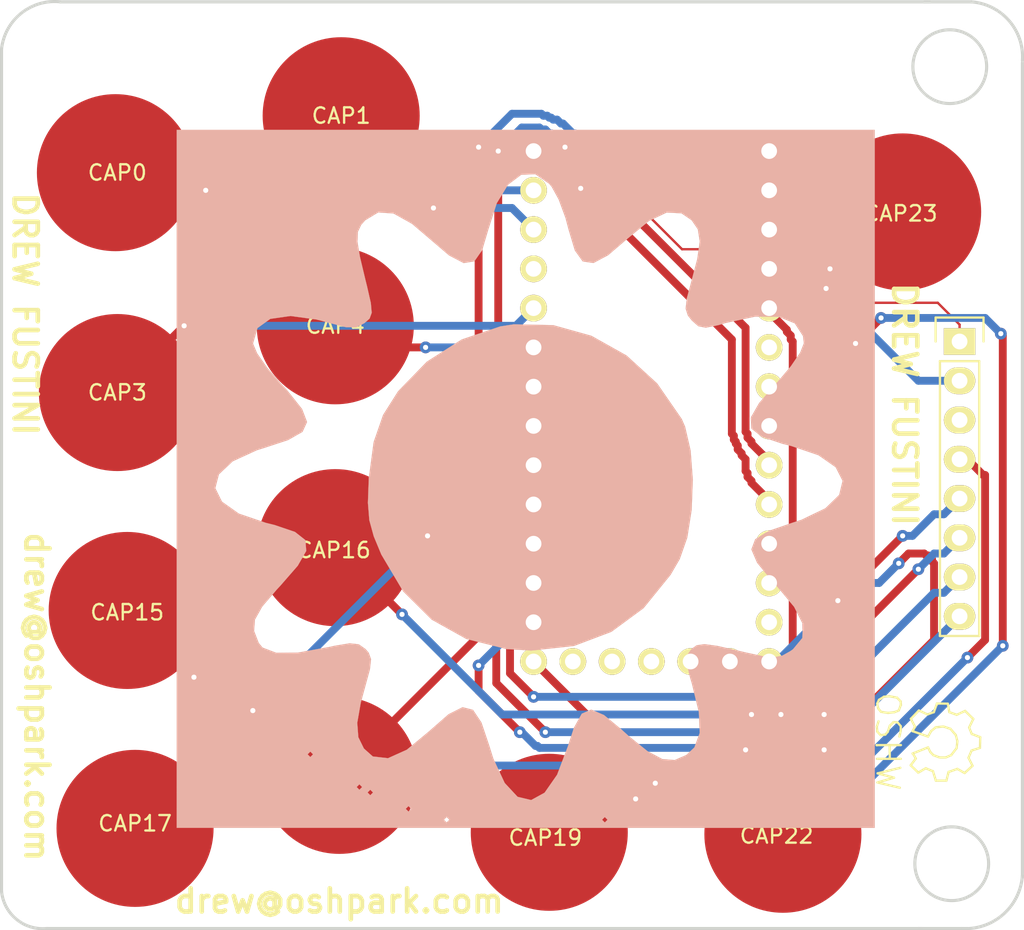
<source format=kicad_pcb>
(kicad_pcb (version 20171130) (host pcbnew "(5.1.12)-1")

  (general
    (thickness 1.6)
    (drawings 25)
    (tracks 253)
    (zones 0)
    (modules 15)
    (nets 35)
  )

  (page A4)
  (layers
    (0 F.Cu signal)
    (31 B.Cu signal)
    (32 B.Adhes user hide)
    (33 F.Adhes user hide)
    (34 B.Paste user hide)
    (35 F.Paste user hide)
    (36 B.SilkS user hide)
    (37 F.SilkS user hide)
    (38 B.Mask user hide)
    (39 F.Mask user hide)
    (40 Dwgs.User user hide)
    (41 Cmts.User user hide)
    (42 Eco1.User user hide)
    (43 Eco2.User user hide)
    (44 Edge.Cuts user)
    (45 Margin user hide)
    (46 B.CrtYd user hide)
    (47 F.CrtYd user hide)
    (48 B.Fab user hide)
    (49 F.Fab user hide)
  )

  (setup
    (last_trace_width 0.1524)
    (user_trace_width 0.254)
    (user_trace_width 0.508)
    (user_trace_width 2.54)
    (trace_clearance 0.1524)
    (zone_clearance 0.508)
    (zone_45_only no)
    (trace_min 0.1524)
    (via_size 0.6858)
    (via_drill 0.3302)
    (via_min_size 0.6858)
    (via_min_drill 0.3302)
    (user_via 0.762 0.508)
    (uvia_size 0.3)
    (uvia_drill 0.1)
    (uvias_allowed no)
    (uvia_min_size 0)
    (uvia_min_drill 0)
    (edge_width 0.2)
    (segment_width 0.2)
    (pcb_text_width 0.3)
    (pcb_text_size 1.5 1.5)
    (mod_edge_width 0.15)
    (mod_text_size 1 1)
    (mod_text_width 0.15)
    (pad_size 1.524 1.524)
    (pad_drill 0.762)
    (pad_to_mask_clearance 0.2)
    (aux_axis_origin 0 0)
    (visible_elements 7FFFFFFF)
    (pcbplotparams
      (layerselection 0x00030_80000001)
      (usegerberextensions false)
      (usegerberattributes true)
      (usegerberadvancedattributes true)
      (creategerberjobfile true)
      (excludeedgelayer true)
      (linewidth 0.100000)
      (plotframeref false)
      (viasonmask false)
      (mode 1)
      (useauxorigin false)
      (hpglpennumber 1)
      (hpglpenspeed 20)
      (hpglpendiameter 15.000000)
      (psnegative false)
      (psa4output false)
      (plotreference true)
      (plotvalue true)
      (plotinvisibletext false)
      (padsonsilk false)
      (subtractmaskfromsilk false)
      (outputformat 1)
      (mirror false)
      (drillshape 1)
      (scaleselection 1)
      (outputdirectory ""))
  )

  (net 0 "")
  (net 1 "Net-(J1-Pad2)")
  (net 2 "Net-(J1-Pad5)")
  (net 3 "Net-(J1-Pad6)")
  (net 4 "Net-(J1-Pad7)")
  (net 5 "Net-(J1-Pad8)")
  (net 6 "Net-(J1-Pad17A)")
  (net 7 "Net-(J1-Pad3V1)")
  (net 8 "Net-(J1-PadG2)")
  (net 9 "Net-(J1-PadPGM)")
  (net 10 "Net-(J1-PadDAC)")
  (net 11 "Net-(J1-PadG3)")
  (net 12 "Net-(J1-PadVIN)")
  (net 13 "Net-(J1-Pad21)")
  (net 14 "Net-(J1-Pad20)")
  (net 15 "Net-(J1-Pad14)")
  (net 16 /CS)
  (net 17 /RST)
  (net 18 /GND)
  (net 19 /VIN)
  (net 20 /Data)
  (net 21 /CLK)
  (net 22 /DC)
  (net 23 "Net-(J2-Pad3)")
  (net 24 "Net-(CAP0-Pad1)")
  (net 25 "Net-(CAP1-Pad1)")
  (net 26 "Net-(CAP3-Pad1)")
  (net 27 "Net-(CAP4-Pad1)")
  (net 28 /CAP16)
  (net 29 /CAP18)
  (net 30 /CAP17)
  (net 31 /CAP22)
  (net 32 /CAP19)
  (net 33 /CAP23)
  (net 34 /CAP15)

  (net_class Default "This is the default net class."
    (clearance 0.1524)
    (trace_width 0.1524)
    (via_dia 0.6858)
    (via_drill 0.3302)
    (uvia_dia 0.3)
    (uvia_drill 0.1)
    (add_net /CAP15)
    (add_net /CAP16)
    (add_net /CAP17)
    (add_net /CAP18)
    (add_net /CAP19)
    (add_net /CAP22)
    (add_net /CAP23)
    (add_net /CLK)
    (add_net /CS)
    (add_net /DC)
    (add_net /Data)
    (add_net /GND)
    (add_net /RST)
    (add_net /VIN)
    (add_net "Net-(CAP0-Pad1)")
    (add_net "Net-(CAP1-Pad1)")
    (add_net "Net-(CAP3-Pad1)")
    (add_net "Net-(CAP4-Pad1)")
    (add_net "Net-(J1-Pad14)")
    (add_net "Net-(J1-Pad17A)")
    (add_net "Net-(J1-Pad2)")
    (add_net "Net-(J1-Pad20)")
    (add_net "Net-(J1-Pad21)")
    (add_net "Net-(J1-Pad3V1)")
    (add_net "Net-(J1-Pad5)")
    (add_net "Net-(J1-Pad6)")
    (add_net "Net-(J1-Pad7)")
    (add_net "Net-(J1-Pad8)")
    (add_net "Net-(J1-PadDAC)")
    (add_net "Net-(J1-PadG2)")
    (add_net "Net-(J1-PadG3)")
    (add_net "Net-(J1-PadPGM)")
    (add_net "Net-(J1-PadVIN)")
    (add_net "Net-(J2-Pad3)")
  )

  (module Wickerlib:TEENSY-LC (layer F.Cu) (tedit 578C46F8) (tstamp 5774F54A)
    (at 151.511 105.918)
    (path /573A858B)
    (fp_text reference J1 (at 2.8829 20.2184) (layer F.SilkS) hide
      (effects (font (size 1 1) (thickness 0.15)))
    )
    (fp_text value TEENSY-LC (at -2.54 20.32) (layer F.Fab)
      (effects (font (size 1 1) (thickness 0.15)))
    )
    (fp_line (start 6.35 24.13) (end 6.35 -11.43) (layer F.CrtYd) (width 0.1524))
    (fp_line (start 6.35 -11.43) (end -11.43 -11.43) (layer F.CrtYd) (width 0.1524))
    (fp_line (start -11.43 -11.43) (end -11.43 24.13) (layer F.CrtYd) (width 0.1524))
    (fp_line (start -11.43 24.13) (end 6.35 24.13) (layer F.CrtYd) (width 0.1524))
    (fp_text user "TEENSY LC" (at -3.5941 10.5664) (layer F.SilkS) hide
      (effects (font (size 1 1) (thickness 0.15)))
    )
    (pad G1 thru_hole circle (at -10.16 -10.16) (size 1.7272 1.7272) (drill 1.016) (layers *.Cu *.Mask F.SilkS)
      (net 18 /GND))
    (pad 0 thru_hole circle (at -10.16 -7.62) (size 1.7272 1.7272) (drill 1.016) (layers *.Cu *.Mask F.SilkS)
      (net 24 "Net-(CAP0-Pad1)"))
    (pad 1 thru_hole circle (at -10.16 -5.08) (size 1.7272 1.7272) (drill 1.016) (layers *.Cu *.Mask F.SilkS)
      (net 25 "Net-(CAP1-Pad1)"))
    (pad 2 thru_hole circle (at -10.16 -2.54) (size 1.7272 1.7272) (drill 1.016) (layers *.Cu *.Mask F.SilkS)
      (net 1 "Net-(J1-Pad2)"))
    (pad 3 thru_hole circle (at -10.16 0) (size 1.7272 1.7272) (drill 1.016) (layers *.Cu *.Mask F.SilkS)
      (net 26 "Net-(CAP3-Pad1)"))
    (pad 4 thru_hole circle (at -10.16 2.54) (size 1.7272 1.7272) (drill 1.016) (layers *.Cu *.Mask F.SilkS)
      (net 27 "Net-(CAP4-Pad1)"))
    (pad 5 thru_hole circle (at -10.16 5.08) (size 1.7272 1.7272) (drill 1.016) (layers *.Cu *.Mask F.SilkS)
      (net 2 "Net-(J1-Pad5)"))
    (pad 6 thru_hole circle (at -10.16 7.62) (size 1.7272 1.7272) (drill 1.016) (layers *.Cu *.Mask F.SilkS)
      (net 3 "Net-(J1-Pad6)"))
    (pad 7 thru_hole circle (at -10.16 10.16) (size 1.7272 1.7272) (drill 1.016) (layers *.Cu *.Mask F.SilkS)
      (net 4 "Net-(J1-Pad7)"))
    (pad 8 thru_hole circle (at -10.16 12.7) (size 1.7272 1.7272) (drill 1.016) (layers *.Cu *.Mask F.SilkS)
      (net 5 "Net-(J1-Pad8)"))
    (pad 9 thru_hole circle (at -10.16 15.24) (size 1.7272 1.7272) (drill 1.016) (layers *.Cu *.Mask F.SilkS)
      (net 20 /Data))
    (pad 10 thru_hole circle (at -10.16 17.78) (size 1.7272 1.7272) (drill 1.016) (layers *.Cu *.Mask F.SilkS)
      (net 21 /CLK))
    (pad 11 thru_hole circle (at -10.16 20.32) (size 1.7272 1.7272) (drill 1.016) (layers *.Cu *.Mask F.SilkS)
      (net 22 /DC))
    (pad 12 thru_hole circle (at -10.16 22.86) (size 1.7272 1.7272) (drill 1.016) (layers *.Cu *.Mask F.SilkS)
      (net 16 /CS))
    (pad 17A thru_hole circle (at -7.62 22.86) (size 1.7272 1.7272) (drill 1.016) (layers *.Cu *.Mask F.SilkS)
      (net 6 "Net-(J1-Pad17A)"))
    (pad 3V1 thru_hole circle (at -5.08 22.86) (size 1.7272 1.7272) (drill 1.016) (layers *.Cu *.Mask F.SilkS)
      (net 7 "Net-(J1-Pad3V1)"))
    (pad G2 thru_hole circle (at -2.54 22.86) (size 1.7272 1.7272) (drill 1.016) (layers *.Cu *.Mask F.SilkS)
      (net 8 "Net-(J1-PadG2)"))
    (pad PGM thru_hole circle (at 0 22.86) (size 1.7272 1.7272) (drill 1.016) (layers *.Cu *.Mask F.SilkS)
      (net 9 "Net-(J1-PadPGM)"))
    (pad DAC thru_hole circle (at 2.54 22.86) (size 1.7272 1.7272) (drill 1.016) (layers *.Cu *.Mask F.SilkS)
      (net 10 "Net-(J1-PadDAC)"))
    (pad 13 thru_hole circle (at 5.08 22.86) (size 1.7272 1.7272) (drill 1.016) (layers *.Cu *.Mask F.SilkS)
      (net 17 /RST))
    (pad 16 thru_hole circle (at 5.08 15.24) (size 1.7272 1.7272) (drill 1.016) (layers *.Cu *.Mask F.SilkS)
      (net 28 /CAP16))
    (pad 3V2 thru_hole circle (at 5.08 -5.08) (size 1.7272 1.7272) (drill 1.016) (layers *.Cu *.Mask F.SilkS)
      (net 19 /VIN))
    (pad 18 thru_hole circle (at 5.08 10.16) (size 1.7272 1.7272) (drill 1.016) (layers *.Cu *.Mask F.SilkS)
      (net 29 /CAP18))
    (pad 17 thru_hole circle (at 5.08 12.7) (size 1.7272 1.7272) (drill 1.016) (layers *.Cu *.Mask F.SilkS)
      (net 30 /CAP17))
    (pad G3 thru_hole circle (at 5.08 -7.62) (size 1.7272 1.7272) (drill 1.016) (layers *.Cu *.Mask F.SilkS)
      (net 11 "Net-(J1-PadG3)"))
    (pad 22 thru_hole circle (at 5.08 0) (size 1.7272 1.7272) (drill 1.016) (layers *.Cu *.Mask F.SilkS)
      (net 31 /CAP22))
    (pad VIN thru_hole circle (at 5.08 -10.16) (size 1.7272 1.7272) (drill 1.016) (layers *.Cu *.Mask F.SilkS)
      (net 12 "Net-(J1-PadVIN)"))
    (pad 21 thru_hole circle (at 5.08 2.54) (size 1.7272 1.7272) (drill 1.016) (layers *.Cu *.Mask F.SilkS)
      (net 13 "Net-(J1-Pad21)"))
    (pad 20 thru_hole circle (at 5.08 5.08) (size 1.7272 1.7272) (drill 1.016) (layers *.Cu *.Mask F.SilkS)
      (net 14 "Net-(J1-Pad20)"))
    (pad 19 thru_hole circle (at 5.08 7.62) (size 1.7272 1.7272) (drill 1.016) (layers *.Cu *.Mask F.SilkS)
      (net 32 /CAP19))
    (pad 23 thru_hole circle (at 5.08 -2.54) (size 1.7272 1.7272) (drill 1.016) (layers *.Cu *.Mask F.SilkS)
      (net 33 /CAP23))
    (pad 14 thru_hole circle (at 5.08 20.32) (size 1.7272 1.7272) (drill 1.016) (layers *.Cu *.Mask F.SilkS)
      (net 15 "Net-(J1-Pad14)"))
    (pad 15 thru_hole circle (at 5.08 17.78) (size 1.7272 1.7272) (drill 1.016) (layers *.Cu *.Mask F.SilkS)
      (net 34 /CAP15))
  )

  (module Wickerlib:Symbol_OSHW-Logo_SilkScreen (layer F.Cu) (tedit 5773C0FA) (tstamp 5775109D)
    (at 167.767 133.985 270)
    (descr "Symbol, OSHW-Logo, Silk Screen,")
    (tags "Symbol, OSHW-Logo, Silk Screen,")
    (fp_text reference REF** (at 0.09906 -4.38912 270) (layer F.SilkS) hide
      (effects (font (size 1 1) (thickness 0.15)))
    )
    (fp_text value Symbol_OSHW-Logo_SilkScreen (at 0.30988 6.56082 270) (layer F.Fab) hide
      (effects (font (size 1 1) (thickness 0.15)))
    )
    (fp_line (start 0.35052 0.89916) (end 0.7493 1.89992) (layer F.SilkS) (width 0.15))
    (fp_line (start -0.35052 0.89916) (end -0.70104 1.89992) (layer F.SilkS) (width 0.15))
    (fp_line (start -0.70104 0.70104) (end -0.35052 0.89916) (layer F.SilkS) (width 0.15))
    (fp_line (start -0.94996 0.39878) (end -0.70104 0.70104) (layer F.SilkS) (width 0.15))
    (fp_line (start -1.00076 -0.09906) (end -0.94996 0.39878) (layer F.SilkS) (width 0.15))
    (fp_line (start -0.8509 -0.55118) (end -1.00076 -0.09906) (layer F.SilkS) (width 0.15))
    (fp_line (start -0.44958 -0.89916) (end -0.8509 -0.55118) (layer F.SilkS) (width 0.15))
    (fp_line (start -0.0508 -1.00076) (end -0.44958 -0.89916) (layer F.SilkS) (width 0.15))
    (fp_line (start 0.39878 -0.94996) (end -0.0508 -1.00076) (layer F.SilkS) (width 0.15))
    (fp_line (start 0.8509 -0.59944) (end 0.39878 -0.94996) (layer F.SilkS) (width 0.15))
    (fp_line (start 1.00076 -0.24892) (end 0.8509 -0.59944) (layer F.SilkS) (width 0.15))
    (fp_line (start 1.00076 0.14986) (end 1.00076 -0.24892) (layer F.SilkS) (width 0.15))
    (fp_line (start 0.8509 0.55118) (end 1.00076 0.14986) (layer F.SilkS) (width 0.15))
    (fp_line (start 0.65024 0.7493) (end 0.8509 0.55118) (layer F.SilkS) (width 0.15))
    (fp_line (start 0.35052 0.89916) (end 0.65024 0.7493) (layer F.SilkS) (width 0.15))
    (fp_line (start -1.9304 0.5207) (end -1.7907 0.91948) (layer F.SilkS) (width 0.15))
    (fp_line (start -2.4892 0.32004) (end -1.9304 0.5207) (layer F.SilkS) (width 0.15))
    (fp_line (start -2.47904 -0.381) (end -2.4892 0.32004) (layer F.SilkS) (width 0.15))
    (fp_line (start -1.9304 -0.48006) (end -2.47904 -0.381) (layer F.SilkS) (width 0.15))
    (fp_line (start -1.76022 -0.96012) (end -1.9304 -0.48006) (layer F.SilkS) (width 0.15))
    (fp_line (start -2.00914 -1.50114) (end -1.76022 -0.96012) (layer F.SilkS) (width 0.15))
    (fp_line (start -1.49098 -2.02946) (end -2.00914 -1.50114) (layer F.SilkS) (width 0.15))
    (fp_line (start -0.9398 -1.76022) (end -1.49098 -2.02946) (layer F.SilkS) (width 0.15))
    (fp_line (start -0.5207 -1.9304) (end -0.9398 -1.76022) (layer F.SilkS) (width 0.15))
    (fp_line (start -0.30988 -2.47904) (end -0.5207 -1.9304) (layer F.SilkS) (width 0.15))
    (fp_line (start 0.381 -2.46126) (end -0.30988 -2.47904) (layer F.SilkS) (width 0.15))
    (fp_line (start 0.55118 -1.92024) (end 0.381 -2.46126) (layer F.SilkS) (width 0.15))
    (fp_line (start 1.02108 -1.71958) (end 0.55118 -1.92024) (layer F.SilkS) (width 0.15))
    (fp_line (start 1.53924 -1.9812) (end 1.02108 -1.71958) (layer F.SilkS) (width 0.15))
    (fp_line (start 2.00914 -1.47066) (end 1.53924 -1.9812) (layer F.SilkS) (width 0.15))
    (fp_line (start 1.7399 -1.00076) (end 2.00914 -1.47066) (layer F.SilkS) (width 0.15))
    (fp_line (start 1.94056 -0.42926) (end 1.7399 -1.00076) (layer F.SilkS) (width 0.15))
    (fp_line (start 2.49936 -0.28956) (end 1.94056 -0.42926) (layer F.SilkS) (width 0.15))
    (fp_line (start 2.49936 0.39116) (end 2.49936 -0.28956) (layer F.SilkS) (width 0.15))
    (fp_line (start 1.88976 0.57912) (end 2.49936 0.39116) (layer F.SilkS) (width 0.15))
    (fp_line (start 1.69926 1.04902) (end 1.88976 0.57912) (layer F.SilkS) (width 0.15))
    (fp_line (start 1.9812 1.52908) (end 1.69926 1.04902) (layer F.SilkS) (width 0.15))
    (fp_line (start 1.50876 2.0193) (end 1.9812 1.52908) (layer F.SilkS) (width 0.15))
    (fp_line (start 1.06934 1.6891) (end 1.50876 2.0193) (layer F.SilkS) (width 0.15))
    (fp_line (start 0.73914 1.8796) (end 1.06934 1.6891) (layer F.SilkS) (width 0.15))
    (fp_line (start -0.98044 1.7399) (end -0.70104 1.89992) (layer F.SilkS) (width 0.15))
    (fp_line (start -1.50114 2.00914) (end -0.98044 1.7399) (layer F.SilkS) (width 0.15))
    (fp_line (start -2.03962 1.49098) (end -1.50114 2.00914) (layer F.SilkS) (width 0.15))
    (fp_line (start -1.78054 0.92964) (end -2.03962 1.49098) (layer F.SilkS) (width 0.15))
    (fp_line (start -2.03962 2.78892) (end -2.4003 2.65938) (layer F.SilkS) (width 0.15))
    (fp_line (start -1.9304 3.07086) (end -2.03962 2.78892) (layer F.SilkS) (width 0.15))
    (fp_line (start -1.8796 3.4798) (end -1.9304 3.07086) (layer F.SilkS) (width 0.15))
    (fp_line (start -1.95072 3.93954) (end -1.8796 3.4798) (layer F.SilkS) (width 0.15))
    (fp_line (start -2.16916 4.11988) (end -1.95072 3.93954) (layer F.SilkS) (width 0.15))
    (fp_line (start -2.47904 4.191) (end -2.16916 4.11988) (layer F.SilkS) (width 0.15))
    (fp_line (start -2.7305 4.06908) (end -2.47904 4.191) (layer F.SilkS) (width 0.15))
    (fp_line (start -2.93116 3.74904) (end -2.7305 4.06908) (layer F.SilkS) (width 0.15))
    (fp_line (start -2.9591 3.40106) (end -2.93116 3.74904) (layer F.SilkS) (width 0.15))
    (fp_line (start -2.8702 2.91084) (end -2.9591 3.40106) (layer F.SilkS) (width 0.15))
    (fp_line (start -2.6289 2.66954) (end -2.8702 2.91084) (layer F.SilkS) (width 0.15))
    (fp_line (start -2.37998 2.64922) (end -2.6289 2.66954) (layer F.SilkS) (width 0.15))
    (fp_line (start -0.9906 4.20878) (end -1.34112 4.09956) (layer F.SilkS) (width 0.15))
    (fp_line (start -0.67056 4.18084) (end -0.9906 4.20878) (layer F.SilkS) (width 0.15))
    (fp_line (start -0.43942 3.95986) (end -0.67056 4.18084) (layer F.SilkS) (width 0.15))
    (fp_line (start -0.48006 3.66014) (end -0.43942 3.95986) (layer F.SilkS) (width 0.15))
    (fp_line (start -0.6604 3.50012) (end -0.48006 3.66014) (layer F.SilkS) (width 0.15))
    (fp_line (start -1.04902 3.37058) (end -0.6604 3.50012) (layer F.SilkS) (width 0.15))
    (fp_line (start -1.29032 3.12928) (end -1.04902 3.37058) (layer F.SilkS) (width 0.15))
    (fp_line (start -1.25984 2.86004) (end -1.29032 3.12928) (layer F.SilkS) (width 0.15))
    (fp_line (start -1.02108 2.65938) (end -1.25984 2.86004) (layer F.SilkS) (width 0.15))
    (fp_line (start -0.70104 2.66954) (end -1.02108 2.65938) (layer F.SilkS) (width 0.15))
    (fp_line (start -0.35052 2.75082) (end -0.70104 2.66954) (layer F.SilkS) (width 0.15))
    (fp_line (start 0.20066 4.21894) (end 0.21082 4.20878) (layer F.SilkS) (width 0.15))
    (fp_line (start 0.20066 2.64922) (end 0.20066 4.21894) (layer F.SilkS) (width 0.15))
    (fp_line (start 1.08966 2.65938) (end 1.08966 4.20116) (layer F.SilkS) (width 0.15))
    (fp_line (start 1.04902 3.38074) (end 1.04902 3.37058) (layer F.SilkS) (width 0.15))
    (fp_line (start 1.03886 3.37058) (end 1.04902 3.38074) (layer F.SilkS) (width 0.15))
    (fp_line (start 0.24892 3.38074) (end 1.03886 3.37058) (layer F.SilkS) (width 0.15))
    (fp_line (start 2.61874 4.17068) (end 2.9591 2.72034) (layer F.SilkS) (width 0.15))
    (fp_line (start 2.30886 3.0988) (end 2.61874 4.17068) (layer F.SilkS) (width 0.15))
    (fp_line (start 2.02946 4.16052) (end 2.30886 3.0988) (layer F.SilkS) (width 0.15))
    (fp_line (start 1.66878 2.68986) (end 2.02946 4.16052) (layer F.SilkS) (width 0.15))
  )

  (module Wickerlib:Pin_Header_Straight_1x08 (layer F.Cu) (tedit 5773C005) (tstamp 5774F561)
    (at 168.91 108.077)
    (descr "Through hole pin header")
    (tags "pin header")
    (path /573AD5FE)
    (fp_text reference J2 (at 0 -5.1) (layer F.SilkS) hide
      (effects (font (size 1 1) (thickness 0.15)))
    )
    (fp_text value OLED_128x64 (at 0 -3.1) (layer F.Fab) hide
      (effects (font (size 1 1) (thickness 0.15)))
    )
    (fp_line (start -1.55 -1.55) (end 1.55 -1.55) (layer F.SilkS) (width 0.15))
    (fp_line (start -1.55 0) (end -1.55 -1.55) (layer F.SilkS) (width 0.15))
    (fp_line (start 1.27 1.27) (end -1.27 1.27) (layer F.SilkS) (width 0.15))
    (fp_line (start 1.55 -1.55) (end 1.55 0) (layer F.SilkS) (width 0.15))
    (fp_line (start -1.27 19.05) (end -1.27 1.27) (layer F.SilkS) (width 0.15))
    (fp_line (start 1.27 19.05) (end -1.27 19.05) (layer F.SilkS) (width 0.15))
    (fp_line (start 1.27 1.27) (end 1.27 19.05) (layer F.SilkS) (width 0.15))
    (fp_line (start -1.75 19.55) (end 1.75 19.55) (layer F.CrtYd) (width 0.05))
    (fp_line (start -1.75 -1.75) (end 1.75 -1.75) (layer F.CrtYd) (width 0.05))
    (fp_line (start 1.75 -1.75) (end 1.75 19.55) (layer F.CrtYd) (width 0.05))
    (fp_line (start -1.75 -1.75) (end -1.75 19.55) (layer F.CrtYd) (width 0.05))
    (pad 1 thru_hole rect (at 0 0) (size 2.032 1.7272) (drill 1.016) (layers *.Cu *.Mask F.SilkS)
      (net 18 /GND))
    (pad 2 thru_hole oval (at 0 2.54) (size 2.032 1.7272) (drill 1.016) (layers *.Cu *.Mask F.SilkS)
      (net 19 /VIN))
    (pad 3 thru_hole oval (at 0 5.08) (size 2.032 1.7272) (drill 1.016) (layers *.Cu *.Mask F.SilkS)
      (net 23 "Net-(J2-Pad3)"))
    (pad 4 thru_hole oval (at 0 7.62) (size 2.032 1.7272) (drill 1.016) (layers *.Cu *.Mask F.SilkS)
      (net 16 /CS))
    (pad 5 thru_hole oval (at 0 10.16) (size 2.032 1.7272) (drill 1.016) (layers *.Cu *.Mask F.SilkS)
      (net 17 /RST))
    (pad 6 thru_hole oval (at 0 12.7) (size 2.032 1.7272) (drill 1.016) (layers *.Cu *.Mask F.SilkS)
      (net 22 /DC))
    (pad 7 thru_hole oval (at 0 15.24) (size 2.032 1.7272) (drill 1.016) (layers *.Cu *.Mask F.SilkS)
      (net 21 /CLK))
    (pad 8 thru_hole oval (at 0 17.78) (size 2.032 1.7272) (drill 1.016) (layers *.Cu *.Mask F.SilkS)
      (net 20 /Data))
    (model Pin_Headers.3dshapes/Pin_Header_Straight_1x08.wrl
      (offset (xyz 0 -8.889999866485596 0))
      (scale (xyz 1 1 1))
      (rotate (xyz 0 0 90))
    )
  )

  (module Wickerlib:CAPSENSE_CIRCLE_D10 (layer F.Cu) (tedit 578C810C) (tstamp 578C780D)
    (at 114.3 97.155)
    (path /578C77CB)
    (fp_text reference CAP0 (at 0.127 0) (layer F.SilkS)
      (effects (font (size 1 1) (thickness 0.15)))
    )
    (fp_text value CAPSENSE_CIRCLE (at 0.025 7.325) (layer F.Fab)
      (effects (font (size 1 1) (thickness 0.15)))
    )
    (pad 1 smd circle (at 0 0) (size 10.16 10.16) (layers F.Cu)
      (net 24 "Net-(CAP0-Pad1)") (clearance 0.508))
  )

  (module Wickerlib:CAPSENSE_CIRCLE_D10 (layer F.Cu) (tedit 578C8085) (tstamp 578C7812)
    (at 128.905 93.472 90)
    (path /578C972A)
    (fp_text reference CAP1 (at 0 0) (layer F.SilkS)
      (effects (font (size 1 1) (thickness 0.15)))
    )
    (fp_text value CAPSENSE_CIRCLE (at 0.025 7.325 90) (layer F.Fab)
      (effects (font (size 1 1) (thickness 0.15)))
    )
    (pad 1 smd circle (at 0 0 90) (size 10.16 10.16) (layers F.Cu)
      (net 25 "Net-(CAP1-Pad1)") (clearance 0.508))
  )

  (module Wickerlib:CAPSENSE_CIRCLE_D10 (layer F.Cu) (tedit 578C8037) (tstamp 578C7817)
    (at 114.427 111.379)
    (path /578C97B4)
    (fp_text reference CAP3 (at 0 0) (layer F.SilkS)
      (effects (font (size 1 1) (thickness 0.15)))
    )
    (fp_text value CAPSENSE_CIRCLE (at 0.025 7.325) (layer F.Fab)
      (effects (font (size 1 1) (thickness 0.15)))
    )
    (pad 1 smd circle (at 0 0) (size 10.16 10.16) (layers F.Cu)
      (net 26 "Net-(CAP3-Pad1)") (clearance 0.508))
  )

  (module Wickerlib:CAPSENSE_CIRCLE_D10 (layer F.Cu) (tedit 578C803D) (tstamp 578C781C)
    (at 128.524 107.061)
    (path /578C9854)
    (fp_text reference CAP4 (at 0 0) (layer F.SilkS)
      (effects (font (size 1 1) (thickness 0.15)))
    )
    (fp_text value CAPSENSE_CIRCLE (at 0.025 7.325) (layer F.Fab)
      (effects (font (size 1 1) (thickness 0.15)))
    )
    (pad 1 smd circle (at 0 0) (size 10.16 10.16) (layers F.Cu)
      (net 27 "Net-(CAP4-Pad1)") (clearance 0.508))
  )

  (module Wickerlib:CAPSENSE_CIRCLE_D10 (layer F.Cu) (tedit 578C80DE) (tstamp 578C7821)
    (at 115.062 125.476)
    (path /578C73B1)
    (fp_text reference CAP15 (at 0 0.127) (layer F.SilkS)
      (effects (font (size 1 1) (thickness 0.15)))
    )
    (fp_text value CAPSENSE_CIRCLE (at 0.025 7.325) (layer F.Fab)
      (effects (font (size 1 1) (thickness 0.15)))
    )
    (pad 1 smd circle (at 0 0) (size 10.16 10.16) (layers F.Cu)
      (net 34 /CAP15) (clearance 0.508))
  )

  (module Wickerlib:CAPSENSE_CIRCLE_D10 (layer F.Cu) (tedit 578C80DA) (tstamp 578C7826)
    (at 128.524 121.412)
    (path /578C75FB)
    (fp_text reference CAP16 (at -0.0889 0.1651) (layer F.SilkS)
      (effects (font (size 1 1) (thickness 0.15)))
    )
    (fp_text value CAPSENSE_CIRCLE (at 0.025 7.325) (layer F.Fab)
      (effects (font (size 1 1) (thickness 0.15)))
    )
    (pad 1 smd circle (at 0 0) (size 10.16 10.16) (layers F.Cu)
      (net 28 /CAP16) (clearance 0.508))
  )

  (module Wickerlib:CAPSENSE_CIRCLE_D10 (layer F.Cu) (tedit 578C8103) (tstamp 578C782B)
    (at 115.57 139.573)
    (path /578C750B)
    (fp_text reference CAP17 (at 0 -0.3175) (layer F.SilkS)
      (effects (font (size 1 1) (thickness 0.15)))
    )
    (fp_text value CAPSENSE_CIRCLE (at 0.025 7.325) (layer F.Fab)
      (effects (font (size 1 1) (thickness 0.15)))
    )
    (pad 1 smd circle (at 0 0) (size 10.16 10.16) (layers F.Cu)
      (net 30 /CAP17) (clearance 0.508))
  )

  (module Wickerlib:CAPSENSE_CIRCLE_D10 (layer F.Cu) (tedit 578C8106) (tstamp 578C7830)
    (at 128.778 136.144)
    (path /578C744A)
    (fp_text reference CAP18 (at 0 -0.3175) (layer F.SilkS)
      (effects (font (size 1 1) (thickness 0.15)))
    )
    (fp_text value CAPSENSE_CIRCLE (at 0.025 7.325) (layer F.Fab)
      (effects (font (size 1 1) (thickness 0.15)))
    )
    (pad 1 smd circle (at 0 0) (size 10.16 10.16) (layers F.Cu)
      (net 29 /CAP18) (clearance 0.508))
  )

  (module Wickerlib:CAPSENSE_CIRCLE_D10 (layer F.Cu) (tedit 578C8067) (tstamp 578C7835)
    (at 142.367 139.827)
    (path /578C755C)
    (fp_text reference CAP19 (at -0.254 0.3556) (layer F.SilkS)
      (effects (font (size 1 1) (thickness 0.15)))
    )
    (fp_text value CAPSENSE_CIRCLE (at 0.025 7.325) (layer F.Fab)
      (effects (font (size 1 1) (thickness 0.15)))
    )
    (pad 1 smd circle (at 0 0) (size 10.16 10.16) (layers F.Cu)
      (net 32 /CAP19) (clearance 0.508))
  )

  (module Wickerlib:CAPSENSE_CIRCLE_D10 (layer F.Cu) (tedit 578C80E4) (tstamp 578C783A)
    (at 157.48 139.954)
    (path /578C7721)
    (fp_text reference CAP22 (at -0.4064 0.0889) (layer F.SilkS)
      (effects (font (size 1 1) (thickness 0.15)))
    )
    (fp_text value CAPSENSE_CIRCLE (at 0.025 7.325) (layer F.Fab)
      (effects (font (size 1 1) (thickness 0.15)))
    )
    (pad 1 smd circle (at 0 0) (size 10.16 10.16) (layers F.Cu)
      (net 31 /CAP22) (clearance 0.508))
  )

  (module Wickerlib:CAPSENSE_CIRCLE_D10 (layer F.Cu) (tedit 578C80D3) (tstamp 578C783F)
    (at 165.227 99.695)
    (path /578C7694)
    (fp_text reference CAP23 (at -0.127 0.1016) (layer F.SilkS)
      (effects (font (size 1 1) (thickness 0.15)))
    )
    (fp_text value CAPSENSE_CIRCLE (at 0.025 7.325) (layer F.Fab)
      (effects (font (size 1 1) (thickness 0.15)))
    )
    (pad 1 smd circle (at 0 0) (size 10.16 10.16) (layers F.Cu)
      (net 33 /CAP23) (clearance 0.508))
  )

  (module teensy-big-oled:oshpark-silk-dpi72 (layer B.Cu) (tedit 0) (tstamp 578C9A4B)
    (at 140.843 116.967)
    (fp_text reference G*** (at 0 0) (layer B.SilkS) hide
      (effects (font (size 1.524 1.524) (thickness 0.3)) (justify mirror))
    )
    (fp_text value LOGO (at 0.75 0) (layer B.SilkS) hide
      (effects (font (size 1.524 1.524) (thickness 0.3)) (justify mirror))
    )
    (fp_poly (pts (xy 3.120638 10.805943) (xy 5.5445 9.891111) (xy 7.626393 8.359458) (xy 9.368349 6.209733)
      (xy 9.961277 5.193663) (xy 10.452486 3.797604) (xy 10.73653 1.99982) (xy 10.809901 0.042513)
      (xy 10.669092 -1.832113) (xy 10.310595 -3.381855) (xy 10.092684 -3.880556) (xy 8.507283 -6.173722)
      (xy 6.527353 -7.983222) (xy 4.252772 -9.258107) (xy 1.783418 -9.947428) (xy -0.780832 -10.000235)
      (xy -1.642623 -9.86694) (xy -4.147604 -9.0189) (xy -6.401267 -7.582844) (xy -8.258726 -5.668236)
      (xy -9.228277 -4.13577) (xy -9.83757 -2.38233) (xy -10.149896 -0.045338) (xy -10.155019 0.037777)
      (xy -10.208487 1.547642) (xy -10.118079 2.668986) (xy -9.83164 3.712857) (xy -9.340975 4.892634)
      (xy -7.926361 7.275909) (xy -6.085615 9.101432) (xy -3.847564 10.350727) (xy -1.241037 11.005318)
      (xy 0.352778 11.105202) (xy 3.120638 10.805943)) (layer B.SilkS) (width 0.01))
    (fp_poly (pts (xy 22.577778 -22.577778) (xy -22.577777 -22.577778) (xy -22.577777 0.598375) (xy -20.080481 0.598375)
      (xy -19.847461 -0.297463) (xy -18.948297 -1.142289) (xy -17.380619 -1.86116) (xy -16.959434 -1.991062)
      (xy -15.366423 -2.515566) (xy -14.436912 -3.046734) (xy -14.145522 -3.683216) (xy -14.466878 -4.523659)
      (xy -15.375601 -5.666714) (xy -15.875 -6.206602) (xy -16.746597 -7.220421) (xy -17.377046 -8.129647)
      (xy -17.637798 -8.747239) (xy -17.638889 -8.773129) (xy -17.350447 -9.760368) (xy -16.522986 -10.354611)
      (xy -15.213303 -10.540763) (xy -13.478196 -10.303732) (xy -12.685488 -10.089397) (xy -11.627082 -9.816821)
      (xy -10.9634 -9.812676) (xy -10.437204 -10.075667) (xy -10.433931 -10.078058) (xy -10.098511 -10.37414)
      (xy -9.961986 -10.747563) (xy -10.019424 -11.383652) (xy -10.265889 -12.46773) (xy -10.360248 -12.845538)
      (xy -10.71961 -14.350658) (xy -10.885548 -15.341966) (xy -10.858972 -15.983915) (xy -10.640792 -16.440956)
      (xy -10.381746 -16.731746) (xy -9.537505 -17.240944) (xy -8.549456 -17.170328) (xy -7.355211 -16.501977)
      (xy -6.222238 -15.537011) (xy -4.953679 -14.453174) (xy -4.011123 -13.962686) (xy -3.321994 -14.076709)
      (xy -2.813712 -14.806405) (xy -2.422957 -16.121317) (xy -1.871478 -17.839317) (xy -1.138071 -19.039643)
      (xy -0.286852 -19.678711) (xy 0.618067 -19.712937) (xy 1.512573 -19.098739) (xy 1.674705 -18.906864)
      (xy 2.132726 -18.076073) (xy 2.573294 -16.880379) (xy 2.775736 -16.121317) (xy 3.177569 -14.780584)
      (xy 3.689486 -14.066407) (xy 4.384063 -13.967624) (xy 5.33388 -14.473074) (xy 6.575016 -15.537011)
      (xy 7.976766 -16.691325) (xy 9.122927 -17.233717) (xy 10.075884 -17.182108) (xy 10.734524 -16.731746)
      (xy 11.134825 -16.147568) (xy 11.256664 -15.369121) (xy 11.099757 -14.239226) (xy 10.727483 -12.817698)
      (xy 10.424963 -11.695207) (xy 10.344411 -11.020705) (xy 10.487417 -10.571927) (xy 10.745898 -10.245832)
      (xy 11.163851 -9.876101) (xy 11.651733 -9.782902) (xy 12.455049 -9.949357) (xy 12.950872 -10.094235)
      (xy 14.853512 -10.503536) (xy 16.357694 -10.488297) (xy 17.404815 -10.063875) (xy 17.936272 -9.245631)
      (xy 17.991667 -8.773129) (xy 17.759741 -8.181279) (xy 17.149663 -7.28549) (xy 16.28998 -6.272805)
      (xy 16.227778 -6.206602) (xy 15.098098 -4.909557) (xy 14.550835 -3.952862) (xy 14.605428 -3.251587)
      (xy 15.281313 -2.720803) (xy 16.597929 -2.275581) (xy 17.159194 -2.136969) (xy 18.937053 -1.532483)
      (xy 20.051026 -0.755189) (xy 20.499048 0.123174) (xy 20.279051 1.030868) (xy 19.388971 1.896155)
      (xy 17.826742 2.647295) (xy 17.301875 2.817527) (xy 15.736706 3.357338) (xy 14.844044 3.905264)
      (xy 14.596797 4.560922) (xy 14.967873 5.423927) (xy 15.930182 6.593893) (xy 16.19712 6.879741)
      (xy 17.363951 8.276699) (xy 17.926435 9.392062) (xy 17.897491 10.285989) (xy 17.290036 11.018636)
      (xy 17.112579 11.143068) (xy 16.600339 11.429332) (xy 16.072091 11.537251) (xy 15.32499 11.464588)
      (xy 14.156188 11.209109) (xy 13.730996 11.1058) (xy 12.396303 10.800864) (xy 11.564274 10.687668)
      (xy 11.060403 10.75984) (xy 10.72501 10.996021) (xy 10.450929 11.390385) (xy 10.419019 11.932354)
      (xy 10.631871 12.843155) (xy 10.751386 13.246283) (xy 11.200584 15.088133) (xy 11.256226 16.431844)
      (xy 10.911134 17.369634) (xy 10.392494 17.857187) (xy 9.634433 18.187099) (xy 8.839014 18.12303)
      (xy 7.884759 17.617249) (xy 6.65019 16.622025) (xy 6.191356 16.20647) (xy 5.061925 15.273344)
      (xy 4.240727 14.922998) (xy 3.627166 15.186857) (xy 3.120646 16.096345) (xy 2.731384 17.287285)
      (xy 2.030278 19.136185) (xy 1.21975 20.298347) (xy 0.35072 20.774127) (xy -0.525891 20.563882)
      (xy -1.359165 19.667968) (xy -2.09818 18.086743) (xy -2.358996 17.251642) (xy -2.861442 15.761254)
      (xy -3.40863 14.939764) (xy -4.088346 14.765728) (xy -4.988377 15.217701) (xy -6.196508 16.274241)
      (xy -6.229356 16.306205) (xy -7.690417 17.517242) (xy -8.910387 18.066269) (xy -9.890969 17.953738)
      (xy -10.467627 17.439171) (xy -10.828684 16.705852) (xy -10.897691 15.777017) (xy -10.670929 14.483997)
      (xy -10.379098 13.421836) (xy -10.077167 12.315929) (xy -10.004126 11.660407) (xy -10.158882 11.238631)
      (xy -10.366906 11.001348) (xy -10.799854 10.697515) (xy -11.394299 10.633478) (xy -12.377273 10.796797)
      (xy -12.714721 10.872708) (xy -14.717204 11.23245) (xy -16.140364 11.246384) (xy -17.021085 10.912357)
      (xy -17.273699 10.606525) (xy -17.571896 9.831253) (xy -17.516434 9.102707) (xy -17.048133 8.264577)
      (xy -16.107814 7.160554) (xy -15.875 6.912157) (xy -14.745319 5.615112) (xy -14.198057 4.658417)
      (xy -14.252649 3.957142) (xy -14.928535 3.426358) (xy -16.245151 2.981136) (xy -16.806415 2.842524)
      (xy -18.557586 2.243312) (xy -19.649732 1.470281) (xy -20.080481 0.598375) (xy -22.577777 0.598375)
      (xy -22.577777 17.815277) (xy -14.111111 17.815277) (xy -13.934722 17.638889) (xy -13.758333 17.815277)
      (xy -13.934722 17.991666) (xy -14.111111 17.815277) (xy -22.577777 17.815277) (xy -22.577777 19.931944)
      (xy -10.936111 19.931944) (xy -10.759722 19.755555) (xy -10.583333 19.931944) (xy -10.759722 20.108333)
      (xy -10.936111 19.931944) (xy -22.577777 19.931944) (xy -22.577777 20.284722) (xy -10.230555 20.284722)
      (xy -10.054166 20.108333) (xy -9.877777 20.284722) (xy -10.054166 20.461111) (xy -10.230555 20.284722)
      (xy -22.577777 20.284722) (xy -22.577777 21.343055) (xy -7.761111 21.343055) (xy -7.584722 21.166666)
      (xy -7.408333 21.343055) (xy -7.584722 21.519444) (xy -7.761111 21.343055) (xy -22.577777 21.343055)
      (xy -22.577777 22.048611) (xy -5.291666 22.048611) (xy -5.115277 21.872222) (xy -4.938889 22.048611)
      (xy 4.938889 22.048611) (xy 5.115278 21.872222) (xy 5.291667 22.048611) (xy 5.115278 22.225)
      (xy 4.938889 22.048611) (xy -4.938889 22.048611) (xy -5.115277 22.225) (xy -5.291666 22.048611)
      (xy -22.577777 22.048611) (xy -22.577777 22.570038) (xy 0 22.572397) (xy 22.577778 22.574756)
      (xy 22.577778 -22.577778)) (layer B.SilkS) (width 0.01))
  )

  (gr_text "DREW FUSTINI" (at 151.511 88.646) (layer F.Mask)
    (effects (font (size 1.5 1.5) (thickness 0.3)))
  )
  (gr_text "drew@oshpark.com\n" (at 150.876 91.186) (layer B.Mask) (tstamp 578C9CE4)
    (effects (font (size 1.5 1.5) (thickness 0.3)) (justify mirror))
  )
  (gr_text "drew@oshpark.com\n" (at 151.765 91.186) (layer F.Mask)
    (effects (font (size 1.5 1.5) (thickness 0.3)))
  )
  (gr_text "DREW FUSTINI" (at 108.458 106.299 270) (layer F.SilkS)
    (effects (font (size 1.5 1.5) (thickness 0.3)))
  )
  (gr_text "DREW FUSTINI" (at 165.354 112.141 270) (layer F.SilkS)
    (effects (font (size 1.5 1.5) (thickness 0.3)))
  )
  (gr_text "drew@oshpark.com\n" (at 162.306 119.253 270) (layer F.SilkS)
    (effects (font (size 1.5 1.5) (thickness 0.3)))
  )
  (gr_text "drew@oshpark.com\n" (at 128.778 144.272) (layer F.SilkS)
    (effects (font (size 1.5 1.5) (thickness 0.3)))
  )
  (gr_text "drew@oshpark.com\n" (at 109.22 131.064 270) (layer F.SilkS)
    (effects (font (size 1.5 1.5) (thickness 0.3)))
  )
  (gr_text "DREW FUSTINI" (at 151.511 88.646) (layer B.Mask)
    (effects (font (size 1.5 1.5) (thickness 0.3)) (justify mirror))
  )
  (gr_circle (center 168.402 141.859) (end 167.386 139.7) (layer Edge.Cuts) (width 0.2) (tstamp 578C8E2E))
  (gr_circle (center 168.275 90.297) (end 167.259 88.138) (layer Edge.Cuts) (width 0.2))
  (gr_line (start 166.624 86.106) (end 169.672 86.106) (angle 90) (layer Edge.Cuts) (width 0.2))
  (gr_line (start 166.243 146.05) (end 169.418 146.05) (angle 90) (layer Edge.Cuts) (width 0.2))
  (gr_line (start 106.934 143.637) (end 106.934 89.154) (angle 90) (layer Edge.Cuts) (width 0.2))
  (gr_line (start 166.497 146.05) (end 109.855 146.05) (angle 90) (layer Edge.Cuts) (width 0.2))
  (gr_line (start 172.974 90.043) (end 172.974 142.748) (angle 90) (layer Edge.Cuts) (width 0.2))
  (gr_line (start 110.744 86.106) (end 167.005 86.106) (angle 90) (layer Edge.Cuts) (width 0.2))
  (gr_line (start 170.307 86.106) (end 106.68 86.106) (angle 90) (layer Eco1.User) (width 0.2))
  (gr_line (start 106.934 146.05) (end 106.934 83.566) (angle 90) (layer Eco1.User) (width 0.2))
  (gr_line (start 170.307 146.05) (end 106.934 146.05) (angle 90) (layer Eco1.User) (width 0.2))
  (gr_line (start 170.307 83.566) (end 170.307 146.05) (angle 90) (layer Eco1.User) (width 0.2))
  (gr_arc (start 109.601 143.383) (end 109.855 146.05) (angle 90) (layer Edge.Cuts) (width 0.2))
  (gr_arc (start 169.291 142.367) (end 172.974 142.621) (angle 90) (layer Edge.Cuts) (width 0.2))
  (gr_arc (start 169.418 89.662) (end 169.672 86.106) (angle 90) (layer Edge.Cuts) (width 0.2))
  (gr_arc (start 110.363 89.535) (end 106.934 89.154) (angle 90) (layer Edge.Cuts) (width 0.2))

  (segment (start 149.225 136.652) (end 141.351 128.778) (width 0.508) (layer F.Cu) (net 16))
  (segment (start 169.418 128.524) (end 161.29 136.652) (width 0.508) (layer B.Cu) (net 16))
  (segment (start 161.29 136.652) (end 149.225 136.652) (width 0.508) (layer B.Cu) (net 16))
  (segment (start 168.91 115.697) (end 169.418 115.697) (width 0.508) (layer F.Cu) (net 16))
  (segment (start 169.418 115.697) (end 170.434 116.713) (width 0.508) (layer F.Cu) (net 16))
  (segment (start 170.434 116.713) (end 170.561 116.713) (width 0.508) (layer F.Cu) (net 16))
  (segment (start 170.561 116.713) (end 170.561 127.381) (width 0.508) (layer F.Cu) (net 16))
  (segment (start 170.561 127.381) (end 169.418 128.524) (width 0.508) (layer F.Cu) (net 16))
  (via (at 149.225 136.652) (size 0.762) (layers F.Cu B.Cu) (net 16))
  (via (at 169.418 128.524) (size 0.762) (layers F.Cu B.Cu) (net 16))
  (segment (start 161.036 124.841) (end 157.099 128.778) (width 0.508) (layer B.Cu) (net 17))
  (segment (start 157.099 128.778) (end 156.591 128.778) (width 0.508) (layer B.Cu) (net 17))
  (segment (start 165.227 120.65) (end 161.036 124.841) (width 0.508) (layer F.Cu) (net 17))
  (segment (start 168.91 118.237) (end 167.894 119.253) (width 0.508) (layer B.Cu) (net 17))
  (segment (start 167.894 119.253) (end 167.259 119.253) (width 0.508) (layer B.Cu) (net 17))
  (segment (start 167.259 119.253) (end 165.862 120.65) (width 0.508) (layer B.Cu) (net 17))
  (segment (start 165.862 120.65) (end 165.227 120.65) (width 0.508) (layer B.Cu) (net 17))
  (via (at 161.036 124.841) (size 0.762) (layers F.Cu B.Cu) (net 17))
  (via (at 165.227 120.65) (size 0.762) (layers F.Cu B.Cu) (net 17))
  (segment (start 168.91 108.077) (end 168.91 106.9847) (width 0.1524) (layer F.Cu) (net 18))
  (segment (start 168.91 106.9847) (end 167.498 105.5727) (width 0.1524) (layer F.Cu) (net 18))
  (segment (start 167.498 105.5727) (end 160.3308 105.5727) (width 0.1524) (layer F.Cu) (net 18))
  (segment (start 160.3308 105.5727) (end 156.8661 102.108) (width 0.1524) (layer F.Cu) (net 18))
  (segment (start 156.8661 102.108) (end 150.9563 102.108) (width 0.1524) (layer F.Cu) (net 18))
  (segment (start 150.9563 102.108) (end 143.7287 94.8804) (width 0.1524) (layer F.Cu) (net 18))
  (segment (start 143.7287 94.8804) (end 142.2286 94.8804) (width 0.1524) (layer F.Cu) (net 18))
  (segment (start 142.2286 94.8804) (end 141.351 95.758) (width 0.1524) (layer F.Cu) (net 18))
  (segment (start 160.274 104.648) (end 166.243 110.617) (width 0.508) (layer B.Cu) (net 19))
  (segment (start 166.243 110.617) (end 168.91 110.617) (width 0.508) (layer B.Cu) (net 19))
  (segment (start 156.591 100.838) (end 159.639 103.886) (width 0.508) (layer F.Cu) (net 19))
  (segment (start 159.639 103.886) (end 159.639 104.013) (width 0.508) (layer F.Cu) (net 19))
  (segment (start 159.639 104.013) (end 160.274 104.648) (width 0.508) (layer F.Cu) (net 19))
  (via (at 160.274 104.648) (size 0.762) (layers F.Cu B.Cu) (net 19))
  (segment (start 142.113 133.35) (end 138.938 130.175) (width 0.508) (layer F.Cu) (net 20))
  (segment (start 138.938 130.175) (end 138.938 125.73) (width 0.508) (layer F.Cu) (net 20))
  (segment (start 138.938 125.73) (end 139.065 125.603) (width 0.508) (layer F.Cu) (net 20))
  (segment (start 139.065 125.603) (end 139.065 125.349) (width 0.508) (layer F.Cu) (net 20))
  (segment (start 139.065 125.349) (end 139.192 125.222) (width 0.508) (layer F.Cu) (net 20))
  (segment (start 139.192 125.222) (end 139.192 125.095) (width 0.508) (layer F.Cu) (net 20))
  (segment (start 139.192 125.095) (end 139.319 124.968) (width 0.508) (layer F.Cu) (net 20))
  (segment (start 139.319 124.968) (end 139.319 124.714) (width 0.508) (layer F.Cu) (net 20))
  (segment (start 139.319 124.714) (end 139.573 124.46) (width 0.508) (layer F.Cu) (net 20))
  (segment (start 139.573 124.46) (end 139.573 124.333) (width 0.508) (layer F.Cu) (net 20))
  (segment (start 139.573 124.333) (end 139.827 124.079) (width 0.508) (layer F.Cu) (net 20))
  (segment (start 139.827 124.079) (end 139.827 123.317) (width 0.508) (layer F.Cu) (net 20))
  (segment (start 139.827 123.317) (end 139.954 123.19) (width 0.508) (layer F.Cu) (net 20))
  (segment (start 139.954 123.19) (end 139.954 122.936) (width 0.508) (layer F.Cu) (net 20))
  (segment (start 139.954 122.936) (end 140.208 122.682) (width 0.508) (layer F.Cu) (net 20))
  (segment (start 140.208 122.682) (end 140.208 122.555) (width 0.508) (layer F.Cu) (net 20))
  (segment (start 140.208 122.555) (end 141.351 121.412) (width 0.508) (layer F.Cu) (net 20))
  (segment (start 141.351 121.412) (end 141.351 121.158) (width 0.508) (layer F.Cu) (net 20))
  (segment (start 168.91 125.857) (end 161.417 133.35) (width 0.508) (layer B.Cu) (net 20))
  (segment (start 161.417 133.35) (end 142.113 133.35) (width 0.508) (layer B.Cu) (net 20))
  (via (at 142.113 133.35) (size 0.762) (layers F.Cu B.Cu) (net 20))
  (segment (start 141.351 131.064) (end 139.827 129.54) (width 0.508) (layer F.Cu) (net 21))
  (segment (start 139.827 129.54) (end 139.827 125.857) (width 0.508) (layer F.Cu) (net 21))
  (segment (start 139.827 125.857) (end 139.954 125.73) (width 0.508) (layer F.Cu) (net 21))
  (segment (start 139.954 125.73) (end 139.954 125.476) (width 0.508) (layer F.Cu) (net 21))
  (segment (start 139.954 125.476) (end 140.208 125.222) (width 0.508) (layer F.Cu) (net 21))
  (segment (start 140.208 125.222) (end 140.208 125.095) (width 0.508) (layer F.Cu) (net 21))
  (segment (start 140.208 125.095) (end 141.351 123.952) (width 0.508) (layer F.Cu) (net 21))
  (segment (start 141.351 123.952) (end 141.351 123.698) (width 0.508) (layer F.Cu) (net 21))
  (segment (start 168.91 123.317) (end 167.894 124.333) (width 0.508) (layer B.Cu) (net 21))
  (segment (start 167.894 124.333) (end 167.259 124.333) (width 0.508) (layer B.Cu) (net 21))
  (segment (start 167.259 124.333) (end 160.528 131.064) (width 0.508) (layer B.Cu) (net 21))
  (segment (start 160.528 131.064) (end 141.351 131.064) (width 0.508) (layer B.Cu) (net 21))
  (via (at 141.351 131.064) (size 0.762) (layers F.Cu B.Cu) (net 21))
  (segment (start 137.795 129.032) (end 140.589 126.238) (width 0.508) (layer B.Cu) (net 22))
  (segment (start 140.589 126.238) (end 141.351 126.238) (width 0.508) (layer B.Cu) (net 22))
  (segment (start 140.462 133.35) (end 137.795 130.683) (width 0.508) (layer F.Cu) (net 22))
  (segment (start 137.795 130.683) (end 137.795 129.032) (width 0.508) (layer F.Cu) (net 22))
  (segment (start 155.067 134.493) (end 154.94 134.366) (width 0.508) (layer B.Cu) (net 22))
  (segment (start 154.94 134.366) (end 141.732 134.366) (width 0.508) (layer B.Cu) (net 22))
  (segment (start 141.732 134.366) (end 141.605 134.239) (width 0.508) (layer B.Cu) (net 22))
  (segment (start 141.605 134.239) (end 141.478 134.239) (width 0.508) (layer B.Cu) (net 22))
  (segment (start 141.478 134.239) (end 140.589 133.35) (width 0.508) (layer B.Cu) (net 22))
  (segment (start 140.589 133.35) (end 140.462 133.35) (width 0.508) (layer B.Cu) (net 22))
  (segment (start 157.353 132.207) (end 155.067 134.493) (width 0.508) (layer F.Cu) (net 22))
  (segment (start 160.147 132.207) (end 157.353 132.207) (width 0.508) (layer B.Cu) (net 22))
  (segment (start 166.243 122.809) (end 160.147 128.905) (width 0.508) (layer F.Cu) (net 22))
  (segment (start 160.147 128.905) (end 160.147 132.207) (width 0.508) (layer F.Cu) (net 22))
  (segment (start 168.91 120.777) (end 167.894 121.793) (width 0.508) (layer B.Cu) (net 22))
  (segment (start 167.894 121.793) (end 167.259 121.793) (width 0.508) (layer B.Cu) (net 22))
  (segment (start 167.259 121.793) (end 166.243 122.809) (width 0.508) (layer B.Cu) (net 22))
  (via (at 137.795 129.032) (size 0.762) (layers F.Cu B.Cu) (net 22))
  (via (at 140.462 133.35) (size 0.762) (layers F.Cu B.Cu) (net 22))
  (via (at 155.067 134.493) (size 0.762) (layers F.Cu B.Cu) (net 22))
  (via (at 157.353 132.207) (size 0.762) (layers F.Cu B.Cu) (net 22))
  (via (at 160.147 132.207) (size 0.762) (layers F.Cu B.Cu) (net 22))
  (via (at 166.243 122.809) (size 0.762) (layers F.Cu B.Cu) (net 22))
  (segment (start 120.142 98.298) (end 115.443 98.298) (width 0.508) (layer F.Cu) (net 24))
  (segment (start 115.443 98.298) (end 114.3 97.155) (width 0.508) (layer F.Cu) (net 24))
  (segment (start 141.351 98.298) (end 120.142 98.298) (width 0.508) (layer B.Cu) (net 24))
  (via (at 120.142 98.298) (size 0.762) (layers F.Cu B.Cu) (net 24))
  (segment (start 134.874 99.441) (end 128.905 93.472) (width 0.508) (layer F.Cu) (net 25))
  (segment (start 141.351 100.838) (end 139.954 99.441) (width 0.508) (layer B.Cu) (net 25))
  (segment (start 139.954 99.441) (end 134.874 99.441) (width 0.508) (layer B.Cu) (net 25))
  (via (at 134.874 99.441) (size 0.762) (layers F.Cu B.Cu) (net 25))
  (segment (start 118.745 107.061) (end 114.427 111.379) (width 0.508) (layer F.Cu) (net 26))
  (segment (start 141.351 105.918) (end 140.208 107.061) (width 0.508) (layer B.Cu) (net 26))
  (segment (start 140.208 107.061) (end 118.745 107.061) (width 0.508) (layer B.Cu) (net 26))
  (via (at 118.745 107.061) (size 0.762) (layers F.Cu B.Cu) (net 26))
  (segment (start 134.366 108.458) (end 129.921 108.458) (width 0.508) (layer F.Cu) (net 27))
  (segment (start 129.921 108.458) (end 128.524 107.061) (width 0.508) (layer F.Cu) (net 27))
  (segment (start 141.351 108.458) (end 134.366 108.458) (width 0.508) (layer B.Cu) (net 27))
  (via (at 134.366 108.458) (size 0.762) (layers F.Cu B.Cu) (net 27))
  (segment (start 155.448 132.207) (end 158.115 129.54) (width 0.508) (layer F.Cu) (net 28))
  (segment (start 158.115 129.54) (end 158.115 123.317) (width 0.508) (layer F.Cu) (net 28))
  (segment (start 158.115 123.317) (end 157.988 123.19) (width 0.508) (layer F.Cu) (net 28))
  (segment (start 157.988 123.19) (end 157.988 122.936) (width 0.508) (layer F.Cu) (net 28))
  (segment (start 157.988 122.936) (end 157.734 122.682) (width 0.508) (layer F.Cu) (net 28))
  (segment (start 157.734 122.682) (end 157.734 122.555) (width 0.508) (layer F.Cu) (net 28))
  (segment (start 157.734 122.555) (end 156.591 121.412) (width 0.508) (layer F.Cu) (net 28))
  (segment (start 156.591 121.412) (end 156.591 121.158) (width 0.508) (layer F.Cu) (net 28))
  (segment (start 132.842 125.73) (end 139.319 132.207) (width 0.508) (layer B.Cu) (net 28))
  (segment (start 139.319 132.207) (end 155.448 132.207) (width 0.508) (layer B.Cu) (net 28))
  (segment (start 128.524 121.412) (end 132.842 125.73) (width 0.508) (layer F.Cu) (net 28))
  (via (at 155.448 132.207) (size 0.762) (layers F.Cu B.Cu) (net 28))
  (via (at 132.842 125.73) (size 0.762) (layers F.Cu B.Cu) (net 28))
  (segment (start 143.383 95.504) (end 155.067 107.188) (width 0.508) (layer F.Cu) (net 29))
  (segment (start 155.067 107.188) (end 155.067 113.919) (width 0.508) (layer F.Cu) (net 29))
  (segment (start 155.067 113.919) (end 155.194 114.046) (width 0.508) (layer F.Cu) (net 29))
  (segment (start 155.194 114.046) (end 155.194 114.3) (width 0.508) (layer F.Cu) (net 29))
  (segment (start 155.194 114.3) (end 155.448 114.554) (width 0.508) (layer F.Cu) (net 29))
  (segment (start 155.448 114.554) (end 155.448 114.681) (width 0.508) (layer F.Cu) (net 29))
  (segment (start 155.448 114.681) (end 156.591 115.824) (width 0.508) (layer F.Cu) (net 29))
  (segment (start 156.591 115.824) (end 156.591 116.078) (width 0.508) (layer F.Cu) (net 29))
  (segment (start 139.065 95.758) (end 140.589 94.234) (width 0.508) (layer B.Cu) (net 29))
  (segment (start 140.589 94.234) (end 141.732 94.234) (width 0.508) (layer B.Cu) (net 29))
  (segment (start 141.732 94.234) (end 141.859 94.361) (width 0.508) (layer B.Cu) (net 29))
  (segment (start 141.859 94.361) (end 142.113 94.361) (width 0.508) (layer B.Cu) (net 29))
  (segment (start 142.113 94.361) (end 142.367 94.615) (width 0.508) (layer B.Cu) (net 29))
  (segment (start 142.367 94.615) (end 142.494 94.615) (width 0.508) (layer B.Cu) (net 29))
  (segment (start 142.494 94.615) (end 143.383 95.504) (width 0.508) (layer B.Cu) (net 29))
  (segment (start 128.778 136.144) (end 138.049 126.873) (width 0.508) (layer F.Cu) (net 29))
  (segment (start 138.049 126.873) (end 138.049 125.603) (width 0.508) (layer F.Cu) (net 29))
  (segment (start 138.049 125.603) (end 138.176 125.476) (width 0.508) (layer F.Cu) (net 29))
  (segment (start 138.176 125.476) (end 138.176 125.222) (width 0.508) (layer F.Cu) (net 29))
  (segment (start 138.176 125.222) (end 138.303 125.095) (width 0.508) (layer F.Cu) (net 29))
  (segment (start 138.303 125.095) (end 138.303 124.968) (width 0.508) (layer F.Cu) (net 29))
  (segment (start 138.303 124.968) (end 138.43 124.841) (width 0.508) (layer F.Cu) (net 29))
  (segment (start 138.43 124.841) (end 138.43 124.587) (width 0.508) (layer F.Cu) (net 29))
  (segment (start 138.43 124.587) (end 138.557 124.46) (width 0.508) (layer F.Cu) (net 29))
  (segment (start 138.557 124.46) (end 138.557 124.333) (width 0.508) (layer F.Cu) (net 29))
  (segment (start 138.557 124.333) (end 138.684 124.206) (width 0.508) (layer F.Cu) (net 29))
  (segment (start 138.684 124.206) (end 138.684 123.952) (width 0.508) (layer F.Cu) (net 29))
  (segment (start 138.684 123.952) (end 138.938 123.698) (width 0.508) (layer F.Cu) (net 29))
  (segment (start 138.938 123.698) (end 138.938 123.19) (width 0.508) (layer F.Cu) (net 29))
  (segment (start 138.938 123.19) (end 139.065 123.063) (width 0.508) (layer F.Cu) (net 29))
  (segment (start 139.065 123.063) (end 139.065 95.758) (width 0.508) (layer F.Cu) (net 29))
  (via (at 143.383 95.504) (size 0.762) (layers F.Cu B.Cu) (net 29))
  (via (at 139.065 95.758) (size 0.762) (layers F.Cu B.Cu) (net 29))
  (segment (start 144.399 98.171) (end 154.178 107.95) (width 0.508) (layer F.Cu) (net 30))
  (segment (start 154.178 107.95) (end 154.178 114.046) (width 0.508) (layer F.Cu) (net 30))
  (segment (start 154.178 114.046) (end 154.305 114.173) (width 0.508) (layer F.Cu) (net 30))
  (segment (start 154.305 114.173) (end 154.305 114.427) (width 0.508) (layer F.Cu) (net 30))
  (segment (start 154.305 114.427) (end 154.432 114.554) (width 0.508) (layer F.Cu) (net 30))
  (segment (start 154.432 114.554) (end 154.432 114.681) (width 0.508) (layer F.Cu) (net 30))
  (segment (start 154.432 114.681) (end 154.559 114.808) (width 0.508) (layer F.Cu) (net 30))
  (segment (start 154.559 114.808) (end 154.559 115.062) (width 0.508) (layer F.Cu) (net 30))
  (segment (start 154.559 115.062) (end 154.813 115.316) (width 0.508) (layer F.Cu) (net 30))
  (segment (start 154.813 115.316) (end 154.813 115.443) (width 0.508) (layer F.Cu) (net 30))
  (segment (start 154.813 115.443) (end 155.067 115.697) (width 0.508) (layer F.Cu) (net 30))
  (segment (start 155.067 115.697) (end 155.067 116.459) (width 0.508) (layer F.Cu) (net 30))
  (segment (start 155.067 116.459) (end 155.194 116.586) (width 0.508) (layer F.Cu) (net 30))
  (segment (start 155.194 116.586) (end 155.194 116.84) (width 0.508) (layer F.Cu) (net 30))
  (segment (start 155.194 116.84) (end 155.448 117.094) (width 0.508) (layer F.Cu) (net 30))
  (segment (start 155.448 117.094) (end 155.448 117.221) (width 0.508) (layer F.Cu) (net 30))
  (segment (start 155.448 117.221) (end 156.591 118.364) (width 0.508) (layer F.Cu) (net 30))
  (segment (start 156.591 118.364) (end 156.591 118.618) (width 0.508) (layer F.Cu) (net 30))
  (segment (start 137.795 95.504) (end 139.954 93.345) (width 0.508) (layer B.Cu) (net 30))
  (segment (start 139.954 93.345) (end 141.859 93.345) (width 0.508) (layer B.Cu) (net 30))
  (segment (start 141.859 93.345) (end 141.986 93.472) (width 0.508) (layer B.Cu) (net 30))
  (segment (start 141.986 93.472) (end 142.24 93.472) (width 0.508) (layer B.Cu) (net 30))
  (segment (start 142.24 93.472) (end 142.367 93.599) (width 0.508) (layer B.Cu) (net 30))
  (segment (start 142.367 93.599) (end 142.494 93.599) (width 0.508) (layer B.Cu) (net 30))
  (segment (start 142.494 93.599) (end 142.621 93.726) (width 0.508) (layer B.Cu) (net 30))
  (segment (start 142.621 93.726) (end 142.875 93.726) (width 0.508) (layer B.Cu) (net 30))
  (segment (start 142.875 93.726) (end 143.129 93.98) (width 0.508) (layer B.Cu) (net 30))
  (segment (start 143.129 93.98) (end 143.256 93.98) (width 0.508) (layer B.Cu) (net 30))
  (segment (start 143.256 93.98) (end 143.891 94.615) (width 0.508) (layer B.Cu) (net 30))
  (segment (start 143.891 94.615) (end 144.018 94.615) (width 0.508) (layer B.Cu) (net 30))
  (segment (start 144.018 94.615) (end 144.272 94.869) (width 0.508) (layer B.Cu) (net 30))
  (segment (start 144.272 94.869) (end 144.272 94.996) (width 0.508) (layer B.Cu) (net 30))
  (segment (start 144.272 94.996) (end 144.399 95.123) (width 0.508) (layer B.Cu) (net 30))
  (segment (start 144.399 95.123) (end 144.399 98.171) (width 0.508) (layer B.Cu) (net 30))
  (segment (start 134.493 120.65) (end 137.795 117.348) (width 0.508) (layer F.Cu) (net 30))
  (segment (start 137.795 117.348) (end 137.795 95.504) (width 0.508) (layer F.Cu) (net 30))
  (segment (start 123.19 131.953) (end 134.493 120.65) (width 0.508) (layer B.Cu) (net 30))
  (segment (start 115.57 139.573) (end 123.19 131.953) (width 0.508) (layer F.Cu) (net 30))
  (via (at 144.399 98.171) (size 0.762) (layers F.Cu B.Cu) (net 30))
  (via (at 137.795 95.504) (size 0.762) (layers F.Cu B.Cu) (net 30))
  (via (at 134.493 120.65) (size 0.762) (layers F.Cu B.Cu) (net 30))
  (via (at 123.19 131.953) (size 0.762) (layers F.Cu B.Cu) (net 30))
  (segment (start 157.48 139.954) (end 159.004 138.43) (width 0.508) (layer F.Cu) (net 31))
  (segment (start 159.004 138.43) (end 159.004 123.19) (width 0.508) (layer F.Cu) (net 31))
  (segment (start 159.004 123.19) (end 158.877 123.063) (width 0.508) (layer F.Cu) (net 31))
  (segment (start 158.877 123.063) (end 158.877 122.809) (width 0.508) (layer F.Cu) (net 31))
  (segment (start 158.877 122.809) (end 158.75 122.682) (width 0.508) (layer F.Cu) (net 31))
  (segment (start 158.75 122.682) (end 158.75 122.555) (width 0.508) (layer F.Cu) (net 31))
  (segment (start 158.75 122.555) (end 158.623 122.428) (width 0.508) (layer F.Cu) (net 31))
  (segment (start 158.623 122.428) (end 158.623 122.174) (width 0.508) (layer F.Cu) (net 31))
  (segment (start 158.623 122.174) (end 158.369 121.92) (width 0.508) (layer F.Cu) (net 31))
  (segment (start 158.369 121.92) (end 158.369 121.793) (width 0.508) (layer F.Cu) (net 31))
  (segment (start 158.369 121.793) (end 158.115 121.539) (width 0.508) (layer F.Cu) (net 31))
  (segment (start 158.115 121.539) (end 158.115 108.077) (width 0.508) (layer F.Cu) (net 31))
  (segment (start 158.115 108.077) (end 157.988 107.95) (width 0.508) (layer F.Cu) (net 31))
  (segment (start 157.988 107.95) (end 157.988 107.696) (width 0.508) (layer F.Cu) (net 31))
  (segment (start 157.988 107.696) (end 157.734 107.442) (width 0.508) (layer F.Cu) (net 31))
  (segment (start 157.734 107.442) (end 157.734 107.315) (width 0.508) (layer F.Cu) (net 31))
  (segment (start 157.734 107.315) (end 156.591 106.172) (width 0.508) (layer F.Cu) (net 31))
  (segment (start 156.591 106.172) (end 156.591 105.918) (width 0.508) (layer F.Cu) (net 31))
  (segment (start 147.955 137.668) (end 144.526 137.668) (width 0.508) (layer F.Cu) (net 32))
  (segment (start 144.526 137.668) (end 142.367 139.827) (width 0.508) (layer F.Cu) (net 32))
  (segment (start 171.704 127.762) (end 161.798 137.668) (width 0.508) (layer B.Cu) (net 32))
  (segment (start 161.798 137.668) (end 147.955 137.668) (width 0.508) (layer B.Cu) (net 32))
  (segment (start 171.577 107.569) (end 171.704 107.696) (width 0.508) (layer F.Cu) (net 32))
  (segment (start 171.704 107.696) (end 171.704 127.762) (width 0.508) (layer F.Cu) (net 32))
  (segment (start 163.83 106.553) (end 170.561 106.553) (width 0.508) (layer B.Cu) (net 32))
  (segment (start 170.561 106.553) (end 171.577 107.569) (width 0.508) (layer B.Cu) (net 32))
  (segment (start 162.179 108.204) (end 163.83 106.553) (width 0.508) (layer F.Cu) (net 32))
  (segment (start 156.591 113.538) (end 161.925 108.204) (width 0.508) (layer B.Cu) (net 32))
  (segment (start 161.925 108.204) (end 162.179 108.204) (width 0.508) (layer B.Cu) (net 32))
  (via (at 147.955 137.668) (size 0.762) (layers F.Cu B.Cu) (net 32))
  (via (at 171.704 127.762) (size 0.762) (layers F.Cu B.Cu) (net 32))
  (via (at 171.577 107.569) (size 0.762) (layers F.Cu B.Cu) (net 32))
  (via (at 163.83 106.553) (size 0.762) (layers F.Cu B.Cu) (net 32))
  (via (at 162.179 108.204) (size 0.762) (layers F.Cu B.Cu) (net 32))
  (segment (start 160.528 103.378) (end 156.591 103.378) (width 0.508) (layer B.Cu) (net 33))
  (segment (start 165.227 99.695) (end 164.211 99.695) (width 0.508) (layer F.Cu) (net 33))
  (segment (start 164.211 99.695) (end 160.528 103.378) (width 0.508) (layer F.Cu) (net 33))
  (via (at 160.528 103.378) (size 0.762) (layers F.Cu B.Cu) (net 33))
  (segment (start 164.973 122.428) (end 163.703 123.698) (width 0.508) (layer B.Cu) (net 34))
  (segment (start 163.703 123.698) (end 156.591 123.698) (width 0.508) (layer B.Cu) (net 34))
  (segment (start 160.147 134.493) (end 167.259 127.381) (width 0.508) (layer F.Cu) (net 34))
  (segment (start 167.259 127.381) (end 167.259 122.428) (width 0.508) (layer F.Cu) (net 34))
  (segment (start 167.259 122.428) (end 167.132 122.301) (width 0.508) (layer F.Cu) (net 34))
  (segment (start 167.132 122.301) (end 167.132 122.174) (width 0.508) (layer F.Cu) (net 34))
  (segment (start 167.132 122.174) (end 166.878 121.92) (width 0.508) (layer F.Cu) (net 34))
  (segment (start 166.878 121.92) (end 166.751 121.92) (width 0.508) (layer F.Cu) (net 34))
  (segment (start 166.751 121.92) (end 166.624 121.793) (width 0.508) (layer F.Cu) (net 34))
  (segment (start 166.624 121.793) (end 165.608 121.793) (width 0.508) (layer F.Cu) (net 34))
  (segment (start 165.608 121.793) (end 164.973 122.428) (width 0.508) (layer F.Cu) (net 34))
  (segment (start 119.38 129.794) (end 125.095 135.509) (width 0.508) (layer B.Cu) (net 34))
  (segment (start 125.095 135.509) (end 155.448 135.509) (width 0.508) (layer B.Cu) (net 34))
  (segment (start 155.448 135.509) (end 155.575 135.382) (width 0.508) (layer B.Cu) (net 34))
  (segment (start 155.575 135.382) (end 155.702 135.382) (width 0.508) (layer B.Cu) (net 34))
  (segment (start 155.702 135.382) (end 156.591 134.493) (width 0.508) (layer B.Cu) (net 34))
  (segment (start 156.591 134.493) (end 160.147 134.493) (width 0.508) (layer B.Cu) (net 34))
  (segment (start 115.062 125.476) (end 119.38 129.794) (width 0.508) (layer F.Cu) (net 34))
  (via (at 164.973 122.428) (size 0.762) (layers F.Cu B.Cu) (net 34))
  (via (at 160.147 134.493) (size 0.762) (layers F.Cu B.Cu) (net 34))
  (via (at 119.38 129.794) (size 0.762) (layers F.Cu B.Cu) (net 34))

)

</source>
